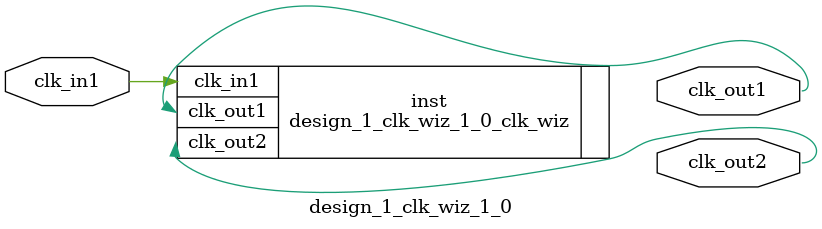
<source format=v>


`timescale 1ps/1ps

(* CORE_GENERATION_INFO = "design_1_clk_wiz_1_0,clk_wiz_v6_0_11_0_0,{component_name=design_1_clk_wiz_1_0,use_phase_alignment=true,use_min_o_jitter=false,use_max_i_jitter=false,use_dyn_phase_shift=false,use_inclk_switchover=false,use_dyn_reconfig=false,enable_axi=0,feedback_source=FDBK_AUTO,PRIMITIVE=MMCM,num_out_clk=2,clkin1_period=10.000,clkin2_period=10.000,use_power_down=false,use_reset=false,use_locked=false,use_inclk_stopped=false,feedback_type=SINGLE,CLOCK_MGR_TYPE=NA,manual_override=false}" *)

module design_1_clk_wiz_1_0 
 (
  // Clock out ports
  output        clk_out1,
  output        clk_out2,
 // Clock in ports
  input         clk_in1
 );

  design_1_clk_wiz_1_0_clk_wiz inst
  (
  // Clock out ports  
  .clk_out1(clk_out1),
  .clk_out2(clk_out2),
 // Clock in ports
  .clk_in1(clk_in1)
  );

endmodule

</source>
